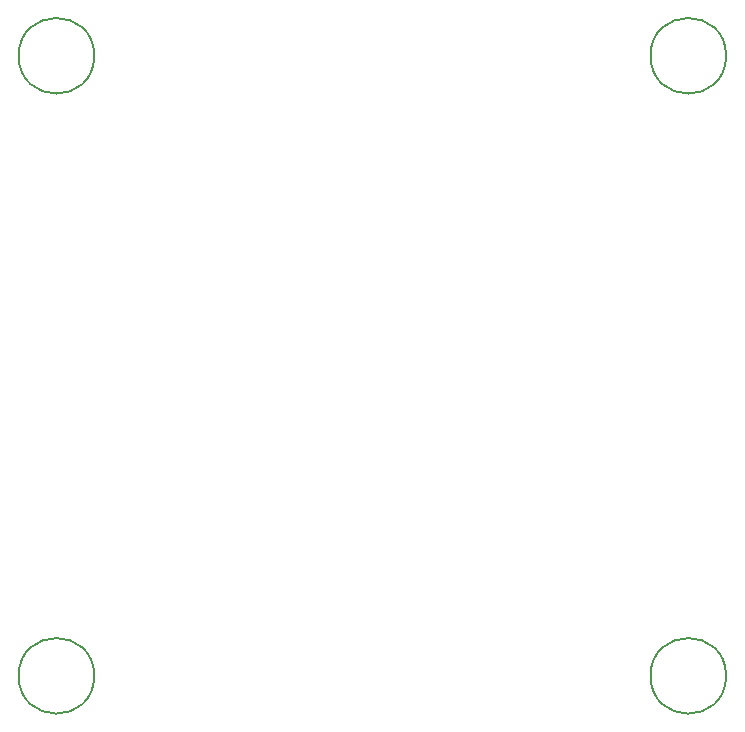
<source format=gbr>
%TF.GenerationSoftware,KiCad,Pcbnew,7.0.10*%
%TF.CreationDate,2024-01-30T15:52:27+01:00*%
%TF.ProjectId,BloX_ABC_MkII,426c6f58-5f41-4424-935f-4d6b49492e6b,rev?*%
%TF.SameCoordinates,Original*%
%TF.FileFunction,Other,Comment*%
%FSLAX46Y46*%
G04 Gerber Fmt 4.6, Leading zero omitted, Abs format (unit mm)*
G04 Created by KiCad (PCBNEW 7.0.10) date 2024-01-30 15:52:27*
%MOMM*%
%LPD*%
G01*
G04 APERTURE LIST*
%ADD10C,0.150000*%
G04 APERTURE END LIST*
D10*
%TO.C,REF\u002A\u002A*%
X81200000Y-115500000D02*
G75*
G03*
X74800000Y-115500000I-3200000J0D01*
G01*
X74800000Y-115500000D02*
G75*
G03*
X81200000Y-115500000I3200000J0D01*
G01*
X134700000Y-115500000D02*
G75*
G03*
X128300000Y-115500000I-3200000J0D01*
G01*
X128300000Y-115500000D02*
G75*
G03*
X134700000Y-115500000I3200000J0D01*
G01*
X81200000Y-63000000D02*
G75*
G03*
X74800000Y-63000000I-3200000J0D01*
G01*
X74800000Y-63000000D02*
G75*
G03*
X81200000Y-63000000I3200000J0D01*
G01*
X134700000Y-63000000D02*
G75*
G03*
X128300000Y-63000000I-3200000J0D01*
G01*
X128300000Y-63000000D02*
G75*
G03*
X134700000Y-63000000I3200000J0D01*
G01*
%TD*%
M02*

</source>
